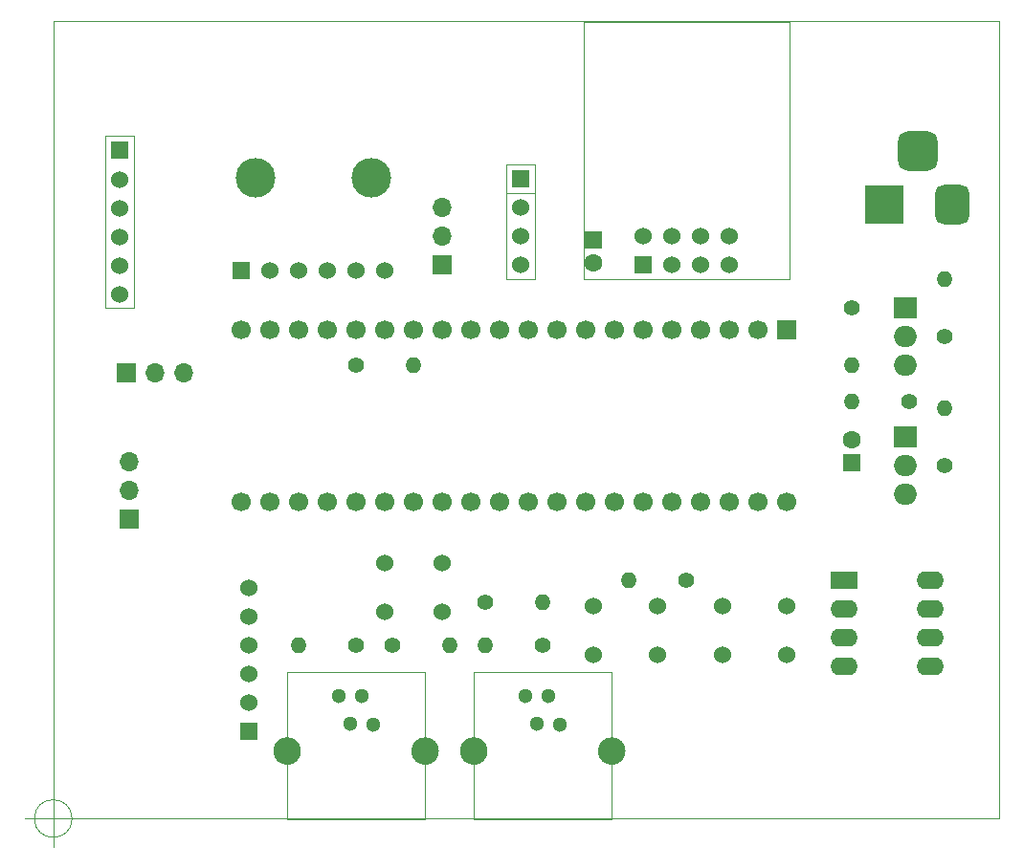
<source format=gbr>
%TF.GenerationSoftware,KiCad,Pcbnew,(6.0.4)*%
%TF.CreationDate,2023-07-18T11:50:36+07:00*%
%TF.ProjectId,05-Prototype-UpdatedComponents,30352d50-726f-4746-9f74-7970652d5570,rev?*%
%TF.SameCoordinates,PX82af528PY8a31af8*%
%TF.FileFunction,Soldermask,Top*%
%TF.FilePolarity,Negative*%
%FSLAX46Y46*%
G04 Gerber Fmt 4.6, Leading zero omitted, Abs format (unit mm)*
G04 Created by KiCad (PCBNEW (6.0.4)) date 2023-07-18 11:50:36*
%MOMM*%
%LPD*%
G01*
G04 APERTURE LIST*
G04 Aperture macros list*
%AMRoundRect*
0 Rectangle with rounded corners*
0 $1 Rounding radius*
0 $2 $3 $4 $5 $6 $7 $8 $9 X,Y pos of 4 corners*
0 Add a 4 corners polygon primitive as box body*
4,1,4,$2,$3,$4,$5,$6,$7,$8,$9,$2,$3,0*
0 Add four circle primitives for the rounded corners*
1,1,$1+$1,$2,$3*
1,1,$1+$1,$4,$5*
1,1,$1+$1,$6,$7*
1,1,$1+$1,$8,$9*
0 Add four rect primitives between the rounded corners*
20,1,$1+$1,$2,$3,$4,$5,0*
20,1,$1+$1,$4,$5,$6,$7,0*
20,1,$1+$1,$6,$7,$8,$9,0*
20,1,$1+$1,$8,$9,$2,$3,0*%
G04 Aperture macros list end*
%TA.AperFunction,Profile*%
%ADD10C,0.100000*%
%TD*%
%ADD11C,0.120000*%
%ADD12O,1.700000X1.700000*%
%ADD13R,1.700000X1.700000*%
%ADD14R,3.500000X3.500000*%
%ADD15RoundRect,0.750000X0.750000X1.000000X-0.750000X1.000000X-0.750000X-1.000000X0.750000X-1.000000X0*%
%ADD16RoundRect,0.875000X0.875000X0.875000X-0.875000X0.875000X-0.875000X-0.875000X0.875000X-0.875000X0*%
%ADD17C,1.300000*%
%ADD18C,2.360000*%
%ADD19C,1.524000*%
%ADD20R,1.524000X1.524000*%
%ADD21C,1.600000*%
%ADD22R,1.600000X1.600000*%
%ADD23O,1.400000X1.400000*%
%ADD24C,1.400000*%
%ADD25O,2.400000X1.600000*%
%ADD26R,2.400000X1.600000*%
%ADD27O,2.000000X1.905000*%
%ADD28R,2.000000X1.905000*%
%ADD29C,3.500000*%
%ADD30C,1.700000*%
G04 APERTURE END LIST*
D10*
X1666666Y0D02*
G75*
G03*
X1666666Y0I-1666666J0D01*
G01*
X-2500000Y0D02*
X2500000Y0D01*
X0Y2500000D02*
X0Y-2500000D01*
X0Y0D02*
X83693000Y0D01*
X83693000Y0D02*
X83693000Y70612000D01*
X83693000Y70612000D02*
X0Y70612000D01*
X0Y70612000D02*
X0Y0D01*
D11*
%TO.C,J3*%
X38387000Y5977000D02*
G75*
G03*
X38387000Y5977000I-1180000J0D01*
G01*
X50587000Y5977000D02*
G75*
G03*
X50587000Y5977000I-1180000J0D01*
G01*
X37207000Y12977000D02*
X49407000Y12977000D01*
X49407000Y12977000D02*
X49407000Y-23000D01*
X49407000Y-23000D02*
X37207000Y-23000D01*
X37207000Y-23000D02*
X37207000Y12977000D01*
%TO.C,J4*%
X34077000Y5977000D02*
G75*
G03*
X34077000Y5977000I-1180000J0D01*
G01*
X21877000Y5977000D02*
G75*
G03*
X21877000Y5977000I-1180000J0D01*
G01*
X20697000Y12977000D02*
X32897000Y12977000D01*
X32897000Y12977000D02*
X32897000Y-23000D01*
X32897000Y-23000D02*
X20697000Y-23000D01*
X20697000Y-23000D02*
X20697000Y12977000D01*
%TO.C,U4*%
X4622000Y60452000D02*
X7162000Y60452000D01*
X7162000Y60452000D02*
X7162000Y45212000D01*
X7162000Y45212000D02*
X4622000Y45212000D01*
X4622000Y45212000D02*
X4622000Y60452000D01*
X42622000Y57912000D02*
X40082000Y57912000D01*
X40082000Y57912000D02*
X40082000Y55372000D01*
X40082000Y55372000D02*
X42622000Y55372000D01*
X42622000Y55372000D02*
X42622000Y57912000D01*
X42622000Y55372000D02*
X40082000Y55372000D01*
X40082000Y55372000D02*
X40082000Y47752000D01*
X40082000Y47752000D02*
X42622000Y47752000D01*
X42622000Y47752000D02*
X42622000Y55372000D01*
%TO.C,U5*%
X46907000Y70582000D02*
X65107000Y70582000D01*
X65107000Y70582000D02*
X65107000Y47782000D01*
X65107000Y47782000D02*
X46907000Y47782000D01*
X46907000Y47782000D02*
X46907000Y70582000D01*
%TD*%
D12*
%TO.C,J2*%
X6756000Y31638000D03*
X6756000Y29098000D03*
D13*
X6756000Y26558000D03*
%TD*%
D14*
%TO.C,J0*%
X73502000Y54414500D03*
D15*
X79502000Y54414500D03*
D16*
X76502000Y59114500D03*
%TD*%
D12*
%TO.C,J5*%
X34392000Y54117000D03*
X34392000Y51577000D03*
D13*
X34392000Y49037000D03*
%TD*%
%TO.C,J1*%
X6452000Y39482000D03*
D12*
X8992000Y39482000D03*
X11532000Y39482000D03*
%TD*%
D17*
%TO.C,J3*%
X44832000Y8277000D03*
X42797000Y8377000D03*
X43817000Y10817000D03*
X41782000Y10817000D03*
D18*
X37207000Y5977000D03*
X49407000Y5977000D03*
%TD*%
D17*
%TO.C,J4*%
X28322000Y8277000D03*
X26287000Y8377000D03*
X27307000Y10817000D03*
X25272000Y10817000D03*
D18*
X20697000Y5977000D03*
X32897000Y5977000D03*
%TD*%
D19*
%TO.C,C5*%
X59182000Y14487000D03*
X59182000Y18787000D03*
%TD*%
D20*
%TO.C,U4*%
X41352000Y56642000D03*
D19*
X5892000Y54022000D03*
X5892000Y51482000D03*
X41352000Y54102000D03*
X5892000Y48942000D03*
X41352000Y51562000D03*
X41352000Y49022000D03*
X5892000Y46402000D03*
D20*
X5892000Y59182000D03*
D19*
X5892000Y56562000D03*
%TD*%
%TO.C,C3*%
X47752000Y14487000D03*
X47752000Y18787000D03*
%TD*%
D21*
%TO.C,C1*%
X47752000Y49247112D03*
D22*
X47752000Y51247112D03*
%TD*%
D23*
%TO.C,R8*%
X21717000Y15367000D03*
D24*
X26797000Y15367000D03*
%TD*%
D19*
%TO.C,C4*%
X53467000Y14487000D03*
X53467000Y18787000D03*
%TD*%
D25*
%TO.C,U6*%
X77582000Y21072000D03*
X77582000Y18532000D03*
X77582000Y15992000D03*
X77582000Y13452000D03*
X69962000Y13452000D03*
X69962000Y15992000D03*
X69962000Y18532000D03*
D26*
X69962000Y21072000D03*
%TD*%
D19*
%TO.C,U5*%
X59817000Y51592000D03*
X59817000Y49052000D03*
X57277000Y51592000D03*
X57277000Y49052000D03*
X54737000Y51592000D03*
X54737000Y49052000D03*
X52197000Y51592000D03*
D20*
X52197000Y49052000D03*
%TD*%
D21*
%TO.C,C0*%
X70612000Y33556888D03*
D22*
X70612000Y31556888D03*
%TD*%
D23*
%TO.C,R3*%
X70612000Y40132000D03*
D24*
X70612000Y45212000D03*
%TD*%
D19*
%TO.C,C2*%
X34417000Y22597000D03*
X34417000Y18297000D03*
%TD*%
D23*
%TO.C,R1*%
X70612000Y36957000D03*
D24*
X75692000Y36957000D03*
%TD*%
D19*
%TO.C,C7*%
X29337000Y22597000D03*
X29337000Y18297000D03*
%TD*%
D27*
%TO.C,U1*%
X75382000Y28702000D03*
X75382000Y31242000D03*
D28*
X75382000Y33782000D03*
%TD*%
D23*
%TO.C,R4*%
X38227000Y15367000D03*
D24*
X43307000Y15367000D03*
%TD*%
D19*
%TO.C,C6*%
X64897000Y14487000D03*
X64897000Y18787000D03*
%TD*%
D23*
%TO.C,R9*%
X31877000Y40132000D03*
D24*
X26797000Y40132000D03*
%TD*%
D23*
%TO.C,R0*%
X78867000Y36322000D03*
D24*
X78867000Y31242000D03*
%TD*%
D23*
%TO.C,R6*%
X43307000Y19177000D03*
D24*
X38227000Y19177000D03*
%TD*%
D19*
%TO.C,U7*%
X29337000Y48567000D03*
X24257000Y48567000D03*
X21717000Y48567000D03*
X19177000Y48567000D03*
X26797000Y48567000D03*
D20*
X16637000Y48567000D03*
D29*
X17867000Y56717000D03*
X28107000Y56717000D03*
%TD*%
D20*
%TO.C,U3*%
X17267000Y7747000D03*
D19*
X17267000Y10287000D03*
X17267000Y12827000D03*
X17267000Y15367000D03*
X17267000Y17907000D03*
X17267000Y20447000D03*
%TD*%
D23*
%TO.C,R2*%
X78867000Y47752000D03*
D24*
X78867000Y42672000D03*
%TD*%
D27*
%TO.C,U2*%
X75382000Y40132000D03*
X75382000Y42672000D03*
D28*
X75382000Y45212000D03*
%TD*%
D30*
%TO.C,U0*%
X64897000Y28067000D03*
X62357000Y28067000D03*
X59817000Y28067000D03*
X57277000Y28067000D03*
X54737000Y28067000D03*
X52197000Y28067000D03*
X49657000Y28067000D03*
X47117000Y28067000D03*
X44577000Y28067000D03*
X42037000Y28067000D03*
X39497000Y28067000D03*
X36957000Y28067000D03*
X34417000Y28067000D03*
X31877000Y28067000D03*
X29337000Y28067000D03*
X26797000Y28067000D03*
X24257000Y28067000D03*
X21717000Y28067000D03*
X19177000Y28067000D03*
X16637000Y28067000D03*
X16637000Y43307000D03*
X19177000Y43307000D03*
X21717000Y43307000D03*
X24257000Y43307000D03*
X26797000Y43307000D03*
X29337000Y43307000D03*
X31877000Y43307000D03*
X34417000Y43307000D03*
X36957000Y43307000D03*
X39497000Y43307000D03*
X42037000Y43307000D03*
X44577000Y43307000D03*
X47117000Y43307000D03*
X49657000Y43307000D03*
X52197000Y43307000D03*
X54737000Y43307000D03*
X57277000Y43307000D03*
X59817000Y43307000D03*
X62357000Y43307000D03*
D13*
X64897000Y43307000D03*
%TD*%
D23*
%TO.C,R5*%
X35052000Y15367000D03*
D24*
X29972000Y15367000D03*
%TD*%
D23*
%TO.C,R7*%
X50927000Y21082000D03*
D24*
X56007000Y21082000D03*
%TD*%
M02*

</source>
